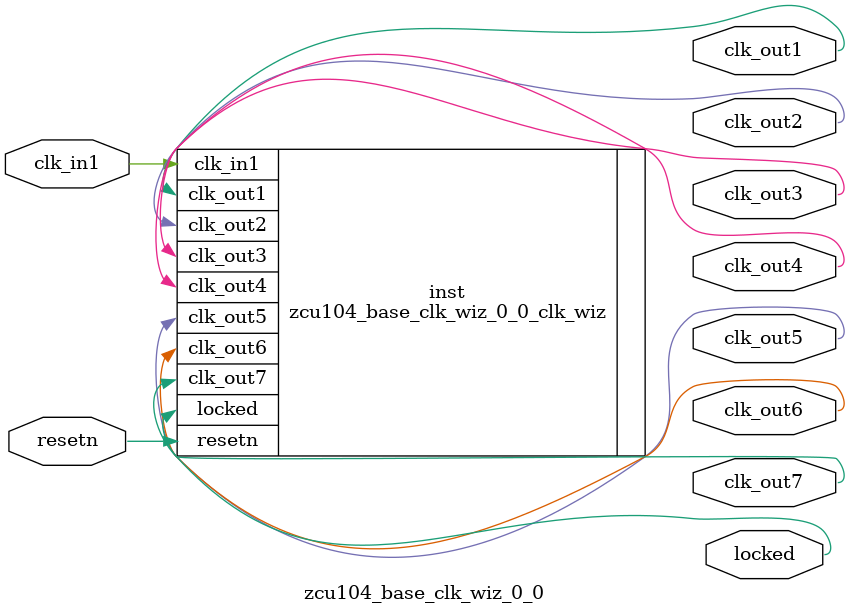
<source format=v>


`timescale 1ps/1ps

(* CORE_GENERATION_INFO = "zcu104_base_clk_wiz_0_0,clk_wiz_v6_0_5_0_0,{component_name=zcu104_base_clk_wiz_0_0,use_phase_alignment=false,use_min_o_jitter=false,use_max_i_jitter=false,use_dyn_phase_shift=false,use_inclk_switchover=false,use_dyn_reconfig=false,enable_axi=0,feedback_source=FDBK_AUTO,PRIMITIVE=MMCM,num_out_clk=7,clkin1_period=10.000,clkin2_period=10.000,use_power_down=false,use_reset=true,use_locked=true,use_inclk_stopped=false,feedback_type=SINGLE,CLOCK_MGR_TYPE=NA,manual_override=false}" *)

module zcu104_base_clk_wiz_0_0 
 (
  // Clock out ports
  output        clk_out1,
  output        clk_out2,
  output        clk_out3,
  output        clk_out4,
  output        clk_out5,
  output        clk_out6,
  output        clk_out7,
  // Status and control signals
  input         resetn,
  output        locked,
 // Clock in ports
  input         clk_in1
 );

  zcu104_base_clk_wiz_0_0_clk_wiz inst
  (
  // Clock out ports  
  .clk_out1(clk_out1),
  .clk_out2(clk_out2),
  .clk_out3(clk_out3),
  .clk_out4(clk_out4),
  .clk_out5(clk_out5),
  .clk_out6(clk_out6),
  .clk_out7(clk_out7),
  // Status and control signals               
  .resetn(resetn), 
  .locked(locked),
 // Clock in ports
  .clk_in1(clk_in1)
  );

endmodule

</source>
